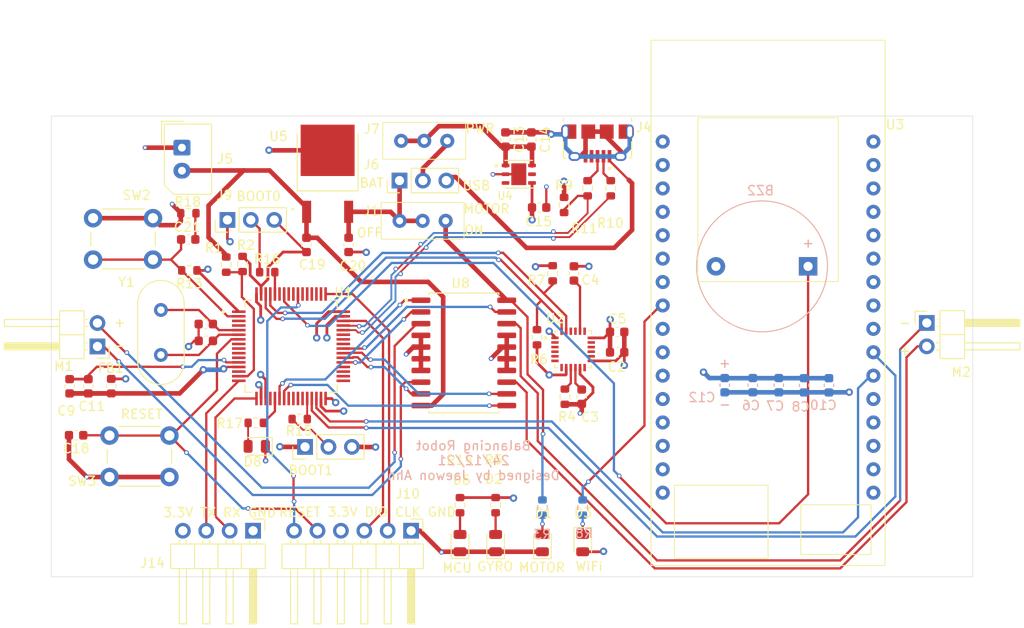
<source format=kicad_pcb>
(kicad_pcb (version 20240108) (generator "pcbnew") (generator_version "8.0")
  (title_block (title "Balancing_Robot") (date "2024-12-18") (company "Drawn by Jaewon Ahn"))
  (layers (0 "F.Cu" signal) (1 "In1.Cu" signal) (2 "In2.Cu" signal) (31 "B.Cu" signal) (34 "B.Paste" user) (35 "F.Paste" user) (36 "B.SilkS" user "B.Silkscreen") (37 "F.SilkS" user "F.Silkscreen") (38 "B.Mask" user) (39 "F.Mask" user) (44 "Edge.Cuts" user))
  (net 0 "")
  (net 1 "BUZZER")
  (net 2 "GND")
  (net 3 "Net-(C21-Pad2)")
  (net 4 "PC13")
  (net 5 "3.3V")
  (net 6 "Net-(U2-REGOUT)")
  (net 7 "Net-(U2-CPOUT)")
  (net 8 "AGND")
  (net 9 "VDDA")
  (net 10 "Net-(J7-Pin_1)")
  (net 11 "OSC_OUT")
  (net 12 "OSC_IN")
  (net 13 "RESET")
  (net 14 "7.4V")
  (net 15 "5V(BAT)")
  (net 16 "Net-(D8-A)")
  (net 17 "Net-(D2-A)")
  (net 18 "Net-(D3-K)")
  (net 19 "U5V")
  (net 20 "Net-(D6-A)")
  (net 21 "Net-(J4-D+)")
  (net 23 "Net-(J4-D-)")
  (net 24 "Net-(J6-Pin_2)")
  (net 25 "Net-(J8-Pin_2)")
  (net 26 "Net-(J9-Pin_2)")
  (net 27 "SWCLK")
  (net 28 "TRACESWO")
  (net 29 "SWDIO")
  (net 30 "/UART2_RX")
  (net 31 "/UART2_TX")
  (net 32 "/OUT2")
  (net 33 "/OUT1")
  (net 34 "/OUT3")
  (net 35 "/OUT4")
  (net 36 "PA5")
  (net 37 "Net-(R8-Pad2)")
  (net 38 "USB_D+")
  (net 39 "USB_D-")
  (net 40 "BOOT1")
  (net 41 "BOOT0")
  (net 42 "PC0")
  (net 43 "PA15")
  (net 44 "PC3")
  (net 46 "/UART3_RX")
  (net 47 "PD2")
  (net 48 "PB13")
  (net 50 "PA4")
  (net 51 "PB14")
  (net 52 "PB4")
  (net 53 "PA0")
  (net 54 "PC2")
  (net 55 "PA10")
  (net 57 "PC5")
  (net 58 "/IN1")
  (net 59 "PC1")
  (net 62 "/IN3")
  (net 63 "PC12")
  (net 64 "PB12")
  (net 65 "/ENA")
  (net 68 "/IN4")
  (net 69 "/ENB")
  (net 70 "PC4")
  (net 71 "/ADC2")
  (net 73 "PB15")
  (net 74 "/UART3_TX")
  (net 75 "/IN2")
  (net 76 "PB5")
  (net 77 "PA9")
  (net 85 "/INT")
  (net 119 "Net-(D1-A)")
  (net 120 "/SDA_P")
  (net 121 "Net-(J1-Pin_3)")
  (net 122 "/SCL_N")
  (net 123 "Net-(U2-AD0)")
  (footprint "Capacitor_SMD:C_0603_1608Metric" (layer "F.Cu") (at 66.945 87.47 90)
    (property "Reference" "C11")
    (property "Value" "1uF")
  )
  (footprint "SS-12D00-G3:SS-12D00" (layer "F.Cu") (at 103.395 60.835)
    (property "Reference" "J7")
    (property "Value" "Power_conn")
  )
  (footprint "Capacitor_SMD:C_0603_1608Metric" (layer "F.Cu") (at 115.8686 68.07)
    (property "Reference" "C15")
    (property "Value" "1uF")
  )
  (footprint "10118194-0001LF:AMPHENOL_10118194-0001LF" (layer "F.Cu") (at 122.2026 59.8342 180)
    (property "Reference" "J4")
    (property "Value" "10118194-0001LF")
  )
  (footprint "Capacitor_SMD:C_0603_1608Metric" (layer "F.Cu") (at 77.785 71.535)
    (property "Reference" "C21")
    (property "Value" "100nF 50V")
  )
  (footprint "MountingHole:MountingHole_3.2mm_M3" (layer "F.Cu") (at 67.935 63.145)
    (property "Reference" "H1" (hide yes))
    (property "Value" "MountingHole")
  )
  (footprint "STM32F103RBT6:STM32F103RBT6" (layer "F.Cu") (at 88.945 83.125)
    (property "Reference" "U1")
    (property "Value" "STM32F103RBT6")
  )
  (footprint "Button_Switch_THT:SW_PUSH_6mm_H9.5mm" (layer "F.Cu") (at 75.745 97.315 180)
    (property "Reference" "SW3")
    (property "Value" "RESET")
  )
  (footprint "Capacitor_SMD:C_0603_1608Metric" (layer "F.Cu") (at 90.621 72.1278 -90)
    (property "Reference" "C19")
    (property "Value" "0.33uF")
  )
  (footprint "LED_SMD:LED_0805_2012Metric" (layer "F.Cu") (at 85.2225 93.98875 180)
    (property "Reference" "D8")
    (property "Value" "DEBUG[GREEN]")
  )
  (footprint "Connector_PinHeader_2.54mm:PinHeader_1x03_P2.54mm_Vertical" (layer "F.Cu") (at 82.04 69.415 90)
    (property "Reference" "J9")
    (property "Value" "Boot0_Conn")
  )
  (footprint "Resistor_SMD:R_0603_1608Metric" (layer "F.Cu") (at 86.36 75.085)
    (property "Reference" "R16")
    (property "Value" "10K")
  )
  (footprint "Resistor_SMD:R_0603_1608Metric" (layer "F.Cu") (at 107.2834 100.3726 -90)
    (property "Reference" "R14")
    (property "Value" "180")
  )
  (footprint "Resistor_SMD:R_0603_1608Metric" (layer "F.Cu") (at 115.635 82.15 90)
    (property "Reference" "R6")
    (property "Value" "4.7K")
  )
  (footprint "Connector_Molex:Molex_SPOX_5267-02A_1x02_P2.50mm_Vertical" (layer "F.Cu") (at 77.105 61.575 -90)
    (property "Reference" "J5")
    (property "Value" "PW_Conn")
  )
  (footprint "Resistor_SMD:R_0603_1608Metric" (layer "F.Cu") (at 77.8 68.695)
    (property "Reference" "R18")
    (property "Value" "4.7K")
  )
  (footprint "Capacitor_SMD:C_0603_1608Metric" (layer "F.Cu") (at 120.4914 88.6 -90)
    (property "Reference" "C3")
    (property "Value" "100nF/2V")
  )
  (footprint "Resistor_SMD:R_0603_1608Metric" (layer "F.Cu") (at 121.131 65.981 -90)
    (property "Reference" "R11")
    (property "Value" "22")
  )
  (footprint "Capacitor_SMD:C_0603_1608Metric" (layer "F.Cu") (at 112.2152 60.69 90)
    (property "Reference" "C13")
    (property "Value" "1uF")
  )
  (footprint "mpu6050:QFN50P400X400X95-24N" (layer "F.Cu") (at 119.555 83.465)
    (property "Reference" "U2")
    (property "Value" "MPU6050")
  )
  (footprint "Resistor_SMD:R_0603_1608Metric" (layer "F.Cu") (at 123.641 65.981 -90)
    (property "Reference" "R10")
    (property "Value" "22")
  )
  (footprint "Resistor_SMD:R_0603_1608Metric" (layer "F.Cu") (at 118.575 67.795 -90)
    (property "Reference" "R9")
    (property "Value" "1.5k")
  )
  (footprint "Resistor_SMD:R_0603_1608Metric" (layer "F.Cu") (at 83.685 74.195 90)
    (property "Reference" "R2")
    (property "Value" "1K")
  )
  (footprint "Connector_PinHeader_2.54mm:PinHeader_1x03_P2.54mm_Vertical" (layer "F.Cu") (at 90.465 94.045 90)
    (property "Reference" "J8" (hide yes))
    (property "Value" "Boot1_Conn")
  )
  (footprint "l293d:SOIC127P1032X265-20N" (layer "F.Cu") (at 107.695 83.8475)
    (property "Reference" "U8")
    (property "Value" "L293DD")
  )
  (footprint "Connector_PinHeader_2.54mm:PinHeader_1x02_P2.54mm_Horizontal" (layer "F.Cu") (at 157.935 80.595)
    (property "Reference" "M2")
    (property "Value" "Motor2")
  )
  (footprint "LED_SMD:LED_0805_2012Metric" (layer "F.Cu") (at 120.593 104.4874 -90)
    (property "Reference" "D3")
    (property "Value" "WiFiPw[BLUE]")
  )
  (footprint "Resistor_SMD:R_0603_1608Metric" (layer "F.Cu") (at 81.91 74.27 -90)
    (property "Reference" "R1")
    (property "Value" "1.5K")
  )
  (footprint "LED_SMD:LED_0805_2012Metric" (layer "F.Cu") (at 111.1442 104.4874 90)
    (property "Reference" "D2")
    (property "Value" "GyroPw[RED]")
  )
  (footprint "MountingHole:MountingHole_3.2mm_M3" (layer "F.Cu") (at 157.935 103.145)
    (property "Reference" "H2" (hide yes))
    (property "Value" "MountingHole")
  )
  (footprint "Connector_PinHeader_2.54mm:PinHeader_1x04_P2.54mm_Horizontal" (layer "F.Cu") (at 84.825 103.145 -90)
    (property "Reference" "J14")
    (property "Value" "UART2")
  )
  (footprint "Capacitor_SMD:C_0603_1608Metric" (layer "F.Cu") (at 124.335 81.575 180)
    (property "Reference" "C5")
    (property "Value" "100nF/4V")
  )
  (footprint "Inductor_SMD:L_0603_1608Metric" (layer "F.Cu") (at 69.435 87.455 90)
    (property "Reference" "FB1")
    (property "Value" "FerriteBead")
  )
  (footprint "Resistor_SMD:R_0603_1608Metric" (layer "F.Cu") (at 117.335 75.205 -90)
    (property "Reference" "R7")
    (property "Value" "4.7K")
  )
  (footprint "Capacitor_SMD:C_0603_1608Metric" (layer "F.Cu") (at 79.69 80.713)
    (property "Reference" "C17" (hide yes))
    (property "Value" "30pF")
  )
  (footprint "L7805CDT-TR:VREG_L7805CDT-TR" (layer "F.Cu") (at 92.915 64.335)
    (property "Reference" "U5")
    (property "Value" "L7805CDT-TR")
  )
  (footprint "Connector_PinHeader_2.54mm:PinHeader_1x06_P2.54mm_Horizontal" (layer "F.Cu") (at 101.975 103.145 -90)
    (property "Reference" "J10")
    (property "Value" "SWD")
  )
  (footprint "LolinD32:Lolin D32" (layer "F.Cu") (at 140.7098 78.645)
    (property "Reference" "U3")
    (property "Value" "ESP32")
  )
  (footprint "Capacitor_SMD:C_0603_1608Metric" (layer "F.Cu") (at 65.62 92.785 180)
    (property "Reference" "C18")
    (property "Value" "100nF 50V")
  )
  (footprint "Capacitor_SMD:C_0603_1608Metric" (layer "F.Cu") (at 124.335 83.785)
    (property "Reference" "C2")
    (property "Value" "100nF 50V")
  )
  (footprint "Capacitor_SMD:C_0603_1608Metric" (layer "F.Cu") (at 115.025 60.69 90)
    (property "Reference" "C14")
    (property "Value" "100nF")
  )
  (footprint "LED_SMD:LED_0805_2012Metric" (layer "F.Cu") (at 116.2242 104.4874 90)
    (property "Reference" "D1")
    (property "Value" "MotorPw[RED]")
  )
  (footprint "Resistor_SMD:R_0603_1608Metric" (layer "F.Cu") (at 118.6626 88.5992 -90)
    (property "Reference" "R4")
    (property "Value" "4.7K")
  )
  (footprint "MountingHole:MountingHole_3.2mm_M3" (layer "F.Cu") (at 157.935 63.145)
    (property "Reference" "H3" (hide yes))
    (property "Value" "MountingHole")
  )
  (footprint "Button_Switch_THT:SW_PUSH_6mm_H9.5mm" (layer "F.Cu") (at 67.465 69.225)
    (property "Reference" "SW2")
    (property "Value" "DEBUG[BLUE]")
  )
  (footprint "Connector_PinHeader_2.54mm:PinHeader_1x02_P2.54mm_Horizontal" (layer "F.Cu") (at 67.935 83.145 180)
    (property "Reference" "M1")
    (property "Value" "Motor1")
  )
  (footprint "Capacitor_SMD:C_0603_1608Metric" (layer "F.Cu") (at 64.915 87.4675 90)
    (property "Reference" "C9")
    (property "Value" "100nF")
  )
  (footprint "Capacitor_SMD:C_0603_1608Metric" (layer "F.Cu") (at 95.193 72.125 -90)
    (property "Reference" "C20")
    (property "Value" "100nF 50V")
  )
  (footprint "Capacitor_SMD:C_0603_1608Metric" (layer "F.Cu") (at 119.645 75.22 90)
    (property "Reference" "C4")
    (property "Value" "2.2nF/50V")
  )
  (footprint "MountingHole:MountingHole_3.2mm_M3" (layer "F.Cu") (at 67.935 103.145)
    (property "Reference" "H4" (hide yes))
    (property "Value" "MountingHole")
  )
  (footprint "Crystal:Crystal_HC49-U_Vertical" (layer "F.Cu") (at 74.8222 79.189 -90)
    (property "Reference" "Y1")
    (property "Value" "Crystal 8Mh/18pF")
  )
  (footprint "SS-12D00-G3:SS-12D00" (layer "F.Cu") (at 103.225 69.515)
    (property "Reference" "J1")
    (property "Value" "Conn_01x03_Pin")
  )
  (footprint "LED_SMD:LED_0805_2012Metric" (layer "F.Cu") (at 107.2834 104.4874 90)
    (property "Reference" "D6")
    (property "Value" "MCUPw[RED]")
  )
  (footprint "Resistor_SMD:R_0603_1608Metric" (layer "F.Cu") (at 89.885 91.025)
    (property "Reference" "R15")
    (property "Value" "10K")
  )
  (footprint "Connector_PinHeader_2.54mm:PinHeader_1x03_P2.54mm_Vertical" (layer "F.Cu") (at 100.7152 65.145 90)
    (property "Reference" "J6")
    (property "Value" "PwSelectPin")
  )
  (footprint "Capacitor_SMD:C_0603_1608Metric" (layer "F.Cu") (at 79.699 82.5418)
    (property "Reference" "C16" (hide yes))
    (property "Value" "30pF")
  )
  (footprint "Resistor_SMD:R_0603_1608Metric" (layer "F.Cu") (at 111.1442 100.3726 90)
    (property "Reference" "R5")
    (property "Value" "180")
  )
  (footprint "Resistor_SMD:R_0603_1608Metric" (layer "F.Cu") (at 85.1125 91.43875)
    (property "Reference" "R17")
    (property "Value" "100")
  )
  (footprint "LD39050PU33R:SON95P300X300X100-7N" (layer "F.Cu") (at 113.6602 64.4554)
    (property "Reference" "U4")
    (property "Value" "LD39050PU33R")
  )
  (footprint "Resistor_SMD:R_0603_1608Metric" (layer "F.Cu") (at 77.905 74.895 180)
    (property "Reference" "R13")
    (property "Value" "10K")
  )
  (footprint "Buzzer_Beeper:Buzzer_D14mm_H7mm_P10mm" (layer "B.Cu") (at 145.055 74.455 180)
    (property "Reference" "BZ2")
    (property "Value" "Buzzer")
  )
  (footprint "Capacitor_SMD:C_0603_1608Metric" (layer "B.Cu") (at 136.005 87.35 -90)
    (property "Reference" "C12")
    (property "Value" "10uF")
  )
  (footprint "Resistor_SMD:R_0603_1608Metric" (layer "B.Cu") (at 116.2242 100.6266 -90)
    (property "Reference" "R3")
    (property "Value" "240")
  )
  (footprint "Capacitor_SMD:C_0603_1608Metric" (layer "B.Cu") (at 139.055 87.35 -90)
    (property "Reference" "C6")
    (property "Value" "100nF")
  )
  (footprint "Resistor_SMD:R_0603_1608Metric" (layer "B.Cu") (at 120.593 100.6266 90)
    (property "Reference" "R8")
    (property "Value" "33")
  )
  (footprint "Capacitor_SMD:C_0603_1608Metric" (layer "B.Cu") (at 147.315 87.365 -90)
    (property "Reference" "C10")
    (property "Value" "100nF")
  )
  (footprint "Capacitor_SMD:C_0603_1608Metric" (layer "B.Cu") (at 144.625 87.365 -90)
    (property "Reference" "C8")
    (property "Value" "100nF")
  )
  (footprint "Capacitor_SMD:C_0603_1608Metric" (layer "B.Cu") (at 141.875 87.35 -90)
    (property "Reference" "C7")
    (property "Value" "100nF")
  )
  (gr_rect (start 62.935 58.145) (end 162.935 108.145) (stroke (width 0.05)) (fill none) (layer "Edge.Cuts"))
  (gr_text "-" (at 135.305 90.015 0) (layer "B.SilkS") (effects (font (size 1 1)) (justify left bottom)))
  (gr_text "Balancing Robot\n24/12/21\nDesigned by Jaewon Ahn" (at 108.755 95.525 -0) (layer "B.SilkS") (effects (font (size 1 1)) (justify mirror)))
  (gr_text "+" (at 135.295 85.535 0) (layer "B.SilkS") (effects (font (size 1 1)) (justify left bottom)))
  (gr_text "OFF" (at 97.465 70.805 0) (layer "F.SilkS") (effects (font (size 1 1))))
  (gr_text "BOOT1" (at 91.085 96.585 0) (layer "F.SilkS") (effects (font (size 1 1))))
  (gr_text "-" (at 70.345 83.045 0) (layer "F.SilkS") (effects (font (size 1 1))))
  (gr_text "-" (at 155.565 80.575 0) (layer "F.SilkS") (effects (font (size 1 1))))
  (gr_text "PWR" (at 109.455 59.505 0) (layer "F.SilkS") (effects (font (size 1 1))))
  (gr_text "MCU" (at 106.9786 107.1798 0) (layer "F.SilkS") (effects (font (size 1 1))))
  (gr_text "3.3V TX RX GND" (at 81.205 101.175 0) (layer "F.SilkS") (effects (font (size 1 1))))
  (gr_text "MOTOR" (at 110.165 68.215 0) (layer "F.SilkS") (effects (font (size 1 1))))
  (gr_text "+" (at 70.355 80.545 0) (layer "F.SilkS") (effects (font (size 1 1))))
  (gr_text "RESET 3.3V DIO CLK GND" (at 97.235 101.125 0) (layer "F.SilkS") (effects (font (size 1 1))))
  (gr_text "+" (at 155.565 83.595 0) (layer "F.SilkS") (effects (font (size 1 1))))
  (gr_text "WiFi" (at 121.3042 107.0274 0) (layer "F.SilkS") (effects (font (size 1 1))))
  (gr_text "BAT" (at 97.695 65.405 0) (layer "F.SilkS") (effects (font (size 1 1))))
  (gr_text "USB" (at 109.055 65.685 0) (layer "F.SilkS") (effects (font (size 1 1))))
  (gr_text "ON" (at 108.795 70.525 0) (layer "F.SilkS") (effects (font (size 1 1))))
  (gr_text "GYRO" (at 111.0934 107.0274 0) (layer "F.SilkS") (effects (font (size 1 1))))
  (gr_text "BOOT0" (at 85.425 66.855 0) (layer "F.SilkS") (effects (font (size 1 1))))
  (gr_text "MOTOR" (at 116.1734 107.129 0) (layer "F.SilkS") (effects (font (size 1 1))))
  (gr_text "RESET" (at 72.725 90.495 0) (layer "F.SilkS") (effects (font (size 1 1))))
  (segment (start 124.555 97.245) (end 129.645 102.335) (width 0.25) (layer "F.Cu") (net 1))
  (segment (start 145.055 99.195) (end 145.055 74.455) (width 0.25) (layer "F.Cu") (net 1))
  (segment (start 124.555 97.195) (end 124.555 97.245) (width 0.25) (layer "F.Cu") (net 1))
  (segment (start 129.645 102.335) (end 141.915 102.335) (width 0.25) (layer "F.Cu") (net 1))
  (segment (start 88.195 78.270088) (end 88.195 77.455) (width 0.25) (layer "F.Cu") (net 1))
  (segment (start 90.725 80.845) (end 90.725 80.800088) (width 0.25) (layer "F.Cu") (net 1))
  (segment (start 141.915 102.335) (end 145.055 99.195) (width 0.25) (layer "F.Cu") (net 1))
  (segment (start 90.725 80.800088) (end 88.195 78.270088) (width 0.25) (layer "F.Cu") (net 1))
  (via (at 124.555 97.195) (size 0.5) (drill 0.3) (layers "F.Cu" "B.Cu") (net 1))
  (via (at 90.725 80.845) (size 0.5) (drill 0.3) (layers "F.Cu" "B.Cu") (net 1))
  (segment (start 90.795 80.915) (end 93.045 80.915) (width 0.25) (layer "B.Cu") (net 1))
  (segment (start 99.875 74.085) (end 110.915 74.085) (width 0.25) (layer "B.Cu") (net 1))
  (segment (start 123.981587 96.621587) (end 124.555 97.195) (width 0.25) (layer "B.Cu") (net 1))
  (segment (start 90.725 80.845) (end 90.795 80.915) (width 0.25) (layer "B.Cu") (net 1))
  (segment (start 123.981587 87.151587) (end 123.981587 96.621587) (width 0.25) (layer "B.Cu") (net 1))
  (segment (start 110.915 74.085) (end 123.981587 87.151587) (width 0.25) (layer "B.Cu") (net 1))
  (segment (start 93.045 80.915) (end 99.875 74.085) (width 0.25) (layer "B.Cu") (net 1))
  (segment (start 86.435 74.555) (end 88.0872 72.9028) (width 0.3) (layer "F.Cu") (net 2))
  (segment (start 102.935 103.145) (end 105.275 105.485) (width 0.5) (layer "F.Cu") (net 2))
  (segment (start 76.045 67.725) (end 76.045 67.695) (width 0.5) (layer "F.Cu") (net 2))
  (segment (start 98.115 94.065) (end 96.845 94.065) (width 0.5) (layer "F.Cu") (net 2))
  (segment (start 85.695 88.795) (end 85.695 87.545) (width 0.3) (layer "F.Cu") (net 2))
  (segment (start 78.4382 82.5418) (end 77.825 83.155) (width 0.25) (layer "F.Cu") (net 2))
  (segment (start 101.975 103.145) (end 102.935 103.145) (width 0.5) (layer "F.Cu") (net 2))
  (segment (start 116.6436 65.8264) (end 116.6436 68.07) (width 0.25) (layer "F.Cu") (net 2))
  (segment (start 121.2026 59.8342) (end 120.9026 60.1342) (width 0.5) (layer "F.Cu") (net 2))
  (segment (start 74.725 69.985) (end 76.555 69.985) (width 0.5) (layer "F.Cu") (net 2))
  (segment (start 69.245 97.315) (end 75.745 97.315) (width 0.5) (layer "F.Cu") (net 2))
  (segment (start 96.845 94.065) (end 96.825 94.045) (width 0.5) (layer "F.Cu") (net 2))
  (segment (start 95.193 72.9) (end 97.07 72.9) (width 0.3) (layer "F.Cu") (net 2))
  (segment (start 121.255 74.445) (end 121.265 74.455) (width 0.3) (layer "F.Cu") (net 2))
  (segment (start 78.915 82.5328) (end 78.924 82.5418) (width 0.25) (layer "F.Cu") (net 2))
  (segment (start 123.56 81.575) (end 123.56 80.24) (width 0.3) (layer "F.Cu") (net 2))
  (segment (start 121.525 82.215) (end 122.92 82.215) (width 0.3) (layer "F.Cu") (net 2))
  (segment (start 86.575 61.865) (end 86.555 61.845) (width 0.5) (layer "F.Cu") (net 2))
  (segment (start 111.9075 83.2125) (end 110.655 84.465) (width 0.5) (layer "F.Cu") (net 2))
  (segment (start 119.645 74.445) (end 121.255 74.445) (width 0.3) (layer "F.Cu") (net 2))
  (segment (start 112.2252 64.4554) (end 113.6602 64.4554) (width 0.25) (layer "F.Cu") (net 2))
  (segment (start 123.56 80.24) (end 123.575 80.225) (width 0.3) (layer "F.Cu") (net 2))
  (segment (start 116.655 65.815) (end 116.6436 65.8264) (width 0.25) (layer "F.Cu") (net 2))
  (segment (start 110.8646 64.4554) (end 110.845 64.475) (width 0.25) (layer "F.Cu") (net 2))
  (segment (start 96.825 94.045) (end 95.545 94.045) (width 0.5) (layer "F.Cu") (net 2))
  (segment (start 121.705 87.555) (end 121.705 88.1614) (width 0.3) (layer "F.Cu") (net 2))
  (segment (start 120.3134 62.5342) (end 120.9026 61.945) (width 0.5) (layer "F.Cu") (net 2))
  (segment (start 67.465 69.225) (end 73.965 69.225) (width 0.5) (layer "F.Cu") (net 2))
  (segment (start 92.915 61.865) (end 86.575 61.865) (width 0.5) (layer "F.Cu") (net 2))
  (segment (start 84.51 74.195) (end 84.51 75.419556) (width 0.3) (layer "F.Cu") (net 2))
  (segment (start 102.2175 83.2125) (end 101.435 83.995) (width 0.5) (layer "F.Cu") (net 2))
  (segment (start 97.07 72.9) (end 97.105 72.935) (width 0.3) (layer "F.Cu") (net 2))
  (segment (start 112.2252 64.4554) (end 110.8646 64.4554) (width 0.25) (layer "F.Cu") (net 2))
  (segment (start 87.12 69.415) (end 90.6078 72.9028) (width 0.25) (layer "F.Cu") (net 2))
  (segment (start 107.2834 105.4249) (end 105.3351 105.4249) (width 0.5) (layer "F.Cu") (net 2))
  (segment (start 119.7276 62.5092) (end 119.7026 62.5342) (width 0.5) (layer "F.Cu") (net 2))
  (segment (start 88.0872 72.9028) (end 90.621 72.9028) (width 0.3) (layer "F.Cu") (net 2))
  (segment (start 119.7026 62.5342) (end 120.3134 62.5342) (width 0.5) (layer "F.Cu") (net 2))
  (segment (start 92.195 88.795) (end 92.195 89.645444) (width 0.3) (layer "F.Cu") (net 2))
  (segment (start 85.695 87.545) (end 85.445 87.295) (width 0.3) (layer "F.Cu") (net 2))
  (segment (start 103.04 83.2125) (end 102.2175 83.2125) (width 0.5) (layer "F.Cu") (net 2))
  (segment (start 76.98 69.56) (end 76.555 69.985) (width 0.5) (layer "F.Cu") (net 2))
  (segment (start 92.195 89.645444) (end 92.709556 90.16) (width 0.3) (layer "F.Cu") (net 2))
  (segment (start 120.305 86.155) (end 121.705 87.555) (width 0.3) (layer "F.Cu") (net 2))
  (segment (start 118.6626 89.4242) (end 120.4422 89.4242) (width 0.5) (layer "F.Cu") (net 2))
  (segment (start 94.615 79.875) (end 93.764556 79.875) (width 0.3) (layer "F.Cu") (net 2))
  (segment (start 123.56 81.575) (end 123.56 83.785) (width 0.5) (layer "F.Cu") (net 2))
  (segment (start 115.025 59.915) (end 112.2152 59.915) (width 0.5) (layer "F.Cu") (net 2))
  (segment (start 120.4914 90.2186) (end 120.305 90.405) (width 0.5) (layer "F.Cu") (net 2))
  (segment (start 85.695 76.604556) (end 86.435 75.864556) (width 0.3) (layer "F.Cu") (net 2))
  (segment (start 73.105 61.575) (end 77.105 61.575) (width 0.5) (layer "F.Cu") (net 2))
  (segment (start 86.435 75.864556) (end 86.435 74.555) (width 0.3) (layer "F.Cu") (net 2))
  (segment (start 107.2834 105.4249) (end 116.2242 105.4249) (width 0.5) (layer "F.Cu") (net 2))
  (segment (start 86.16 95.52) (end 86.185 95.545) (width 0.25) (layer "F.Cu") (net 2))
  (segment (start 86.16 93.98875) (end 86.16 95.52) (width 0.25) (layer "F.Cu") (net 2))
  (segment (start 76.98 68.715) (end 76.98 68.66) (width 0.5) (layer "F.Cu") (net 2))
  (segment (start 76.98 68.715) (end 76.98 69.56) (width 0.5) (layer "F.Cu") (net 2))
  (segment (start 120.9026 61.945) (end 120.9026 62.5092) (width 0.5) (layer "F.Cu") (net 2))
  (segment (start 117.585 82.125) (end 116.955 81.495) (width 0.3) (layer "F.Cu") (net 2))
  (segment (start 92.709556 90.16) (end 94.655 90.16) (width 0.3) (layer "F.Cu") (net 2))
  (segment (start 93.764556 79.875) (end 92.835 80.804556) (width 0.3) (layer "F.Cu") (net 2))
  (segment (start 120.9026 60.1342) (end 120.9026 61.945) (width 0.5) (layer "F.Cu") (net 2))
  (segment (start 92.835 80.804556) (end 92.835 82.215) (width 0.3) (layer "F.Cu") (net 2))
  (segment (start 120.305 85.435) (end 120.305 86.155) (width 0.3) (layer "F.Cu") (net 2))
  (segment (start 69.245 97.315) (end 66.775 97.315) (width 0.5) (layer "F.Cu") (net 2))
  (segment (start 123.2026 60.4342) (end 123.2026 59.8342) (width 0.5) (layer "F.Cu") (net 2))
  (segment (start 84.51 75.419556) (end 85.695 76.604556) (width 0.3) (layer "F.Cu") (net 2))
  (segment (start 120.4914 89.375) (end 120.4914 90.2186) (width 0.5) (layer "F.Cu") (net 2))
  (segment (start 73.965 69.225) (end 74.725 69.985) (width 0.5) (layer "F.Cu") (net 2))
  (segment (start 103.04 81.9425) (end 103.04 85.7525) (width 0.5) (layer "F.Cu") (net 2))
  (segment (start 116.955 59.915) (end 117.165 60.125) (width 0.5) (layer "F.Cu") (net 2))
  (segment (start 64.845 92.785) (end 64.845 95.385) (width 0.5) (layer "F.Cu") (net 2))
  (segment (start 124.7026 61.9342) (end 123.2026 60.4342) (width 0.5) (layer "F.Cu") (net 2))
  (segment (start 121.705 88.1614) (end 120.4914 89.375) (width 0.3) (layer "F.Cu") (net 2))
  (segment (start 120.4422 89.4242) (end 120.4914 89.375) (width 0.5) (layer "F.Cu") (net 2))
  (segment (start 121.2026 59.8342) (end 123.2026 59.8342) (width 0.5) (layer "F.Cu") (net 2))
  (segment (start 76.98 68.66) (end 76.045 67.725) (width 0.5) (layer "F.Cu") (net 2))
  (segment (start 115.025 59.915) (end 116.955 59.915) (width 0.5) (layer "F.Cu") (net 2))
  (segment (start 78.915 80.713) (end 78.915 82.5328) (width 0.25) (layer "F.Cu") (net 2))
  (segment (start 105.3351 105.4249) (end 105.275 105.485) (width 0.5) (layer "F.Cu") (net 2))
  (segment (start 124.7026 62.5342) (end 124.7026 61.9342) (width 0.5) (layer "F.Cu") (net 2))
  (segment (start 78.924 82.5418) (end 78.4382 82.5418) (width 0.25) (layer "F.Cu") (net 2))
  (segment (start 83.685 73.37) (end 84.51 74.195) (width 0.3) (layer "F.Cu") (net 2))
  (segment (start 112.35 83.2125) (end 111.9075 83.2125) (width 0.5) (layer "F.Cu") (net 2))
  (segment (start 112.35 81.9425) (end 112.35 85.7525) (width 0.5) (layer "F.Cu") (net 2))
  (segment (start 90.6078 72.9028) (end 90.621 72.9028) (width 0.25) (layer "F.Cu") (net 2))
  (segment (start 64.845 95.385) (end 66.775 97.315) (width 0.5) (layer "F.Cu") (net 2))
  (segment (start 120.9026 62.5092) (end 119.7276 62.5092) (width 0.5) (layer "F.Cu") (net 2))
  (segment (start 85.695 76.604556) (end 85.695 77.455) (width 0.3) (layer "F.Cu") (net 2))
  (segment (start 122.92 82.215) (end 123.56 81.575) (width 0.3) (layer "F.Cu") (net 2))
  (segment (start 117.585 82.215) (end 117.585 82.125) (width 0.3) (layer "F.Cu") (net 2))
  (via (at 117.165 60.125) (size 0.8) (drill 0.4) (layers "F.Cu" "B.Cu") (net 2))
  (via (at 110.655 84.465) (size 0.5) (drill 0.3) (layers "F.Cu" "B.Cu") (net 2))
  (via (at 116.655 65.815) (size 0.5) (drill 0.3) (layers "F.Cu" "B.Cu") (net 2))
  (via (at 86.555 61.845) (size 0.8) (drill 0.4) (layers "F.Cu" "B.Cu") (net 2))
  (via (at 98.115 94.065) (size 0.8) (drill 0.4) (layers "F.Cu" "B.Cu") (net 2))
  (via (at 85.445 87.295) (size 0.8) (drill 0.4) (layers "F.Cu" "B.Cu") (net 2))
  (via (at 105.275 105.485) (size 0.5) (drill 0.3) (layers "F.Cu" "B.Cu") (net 2))
  (via (at 77.825 83.155) (size 0.8) (drill 0.4) (layers "F.Cu" "B.Cu") (net 2))
  (via (at 92.835 82.215) (size 0.8) (drill 0.4) (layers "F.Cu" "B.Cu") (net 2))
  (via (at 97.105 72.935) (size 0.8) (drill 0.4) (layers "F.Cu" "B.Cu") (net 2))
  (via (at 73.105 61.575) (size 0.5) (drill 0.3) (layers "F.Cu" "B.Cu") (net 2))
  (via (at 66.775 97.315) (size 0.5) (drill 0.3) (layers "F.Cu" "B.Cu") (net 2))
  (via (at 123.575 80.225) (size 0.8) (drill 0.4) (layers "F.Cu" "B.Cu") (net 2))
  (via (at 94.655 90.16) (size 0.8) (drill 0.4) (layers "F.Cu" "B.Cu") (net 2))
  (via (at 76.045 67.695) (size 0.5) (drill 0.3) (layers "F.Cu" "B.Cu") (net 2))
  (via (at 101.435 83.995) (size 0.5) (drill 0.3) (layers "F.Cu" "B.Cu") (net 2))
  (via (at 86.185 95.545) (size 0.6) (drill 0.3) (layers "F.Cu" "B.Cu") (net 2))
  (via (at 120.305 90.405) (size 0.5) (drill 0.3) (layers "F.Cu" "B.Cu") (net 2))
  (via (at 149.515 88.105) (size 0.8) (drill 0.4) (layers "F.Cu" "B.Cu") (net 2))
  (via (at 116.955 81.495) (size 0.8) (drill 0.4) (layers "F.Cu" "B.Cu") (net 2))
  (via (at 121.265 74.455) (size 0.8) (drill 0.4) (layers "F.Cu" "B.Cu") (net 2))
  (via (at 110.845 64.475) (size 0.5) (drill 0.3) (layers "F.Cu" "B.Cu") (net 2))
  (segment (start 136.005 88.125) (end 149.495 88.125) (width 0.5) (layer "B.Cu") (net 2))
  (segment (start 125.7026 59.8342) (end 125.7026 61.5342) (width 0.5) (layer "B.Cu") (net 2))
  (segment (start 118.7026 59.8342) (end 118.7026 61.5342) (width 0.5) (layer "B.Cu") (net 2))
  (segment (start 118.7026 61.5342) (end 119.7026 62.5342) (width 0.5) (layer "B.Cu") (net 2))
  (segment (start 125.7026 61.5342) (end 124.7026 62.5342) (width 0.5) (layer "B.Cu") (net 2))
  (segment (start 119.7026 62.5342) (end 124.7026 62.5342) (width 0.5) (layer "B.Cu") (net 2))
  (segment (start 149.495 88.125) (end 149.515 88.105) (width 0.5) (layer "B.Cu") (net 2))
  (segment (start 117.165 60.125) (end 118.4118 60.125) (width 0.5) (layer "B.Cu") (net 2))
  (segment (start 118.4118 60.125) (end 118.7026 59.8342) (width 0.5) (layer "B.Cu") (net 2))
  (segment (start 78.56 68.76) (end 78.625 68.695) (width 0.25) (layer "F.Cu") (net 3))
  (segment (start 78.56 71.535) (end 78.56 68.76) (width 0.25) (layer "F.Cu") (net 3))
  (segment (start 73.965 73.725) (end 75.91 73.725) (width 0.25) (layer "F.Cu") (net 4))
  (segment (start 67.465 73.725) (end 73.965 73.725) (width 0.25) (layer "F.Cu") (net 4))
  (segment (start 75.91 73.725) (end 77.08 74.895) (width 0.25) (layer "F.Cu") (net 4))
  (segment (start 82.06 79.875) (end 83.275 79.875) (width 0.25) (layer "F.Cu") (net 4))
  (segment (start 77.01 72.625) (end 75.91 73.725) (width 0.25) (layer "F.Cu") (net 4))
  (segment (start 77.01 71.535) (end 77.01 72.625) (width 0.25) (layer "F.Cu") (net 4))
  (segment (start 77.08 74.895) (end 82.06 79.875) (width 0.25) (layer "F.Cu") (net 4))
  (segment (start 115.59 74.38) (end 115.475 74.495) (width 0.3) (layer "F.Cu") (net 5))
  (segment (start 118.575 66.97) (end 118.575 65.235) (width 0.5) (layer "F.Cu") (net 5))
  (segment (start 121.525 84.715) (end 124.18 84.715) (width 0.3) (layer "F.Cu") (net 5))
  (segment (start 116.965 86.235) (end 115.635 84.905) (width 0.3) (layer "F.Cu") (net 5))
  (segment (start 85.648627 80.287781) (end 85.648627 78.759071) (width 0.3) (layer "F.Cu") (net 5))
  (segment (start 107.2834 99.5476) (end 113.0276 99.5476) (width 0.3) (layer "F.Cu") (net 5))
  (segment (start 79.785 74.895) (end 79.915 74.765) (width 0.3) (layer "F.Cu") (net 5))
  (segment (start 115.0936 69.3942) (end 115.105 69.4056) (width 0.5) (layer "F.Cu") (net 5))
  (segment (start 93.015 79.375) (end 94.615 79.375) (width 0.3) (layer "F.Cu") (net 5))
  (segment (start 118.805 85.435) (end 118.805 86.17) (width 0.3) (layer "F.Cu") (net 5))
  (segment (start 115.0952 68.0684) (end 115.0936 68.07) (width 0.5) (layer "F.Cu") (net 5))
  (segment (start 87.735 94.025) (end 87.755 94.045) (width 0.5) (layer "F.Cu") (net 5))
  (segment (start 115.0936 68.07) (end 115.0936 69.3942) (width 0.5) (layer "F.Cu") (net 5))
  (segment (start 118.74 86.235) (end 116.965 86.235) (width 0.3) (layer "F.Cu") (net 5))
  (segment (start 115.0952 68.0684) (end 115.0952 65.4054) (width 0.3) (layer "F.Cu") (net 5))
  (segment (start 87.755 94.045) (end 90.465 94.045) (width 0.5) (layer "F.Cu") (net 5))
  (segment (start 69.435 86.6675) (end 70.9925 86.6675) (width 0.3) (layer "F.Cu") (net 5))
  (segment (start 92.695 88.795) (end 93.349694 88.795) (width 0.3) (layer "F.Cu") (net 5))
  (segment (start 125.11 81.575) (end 125.11 83.785) (width 0.5) (layer "F.Cu") (net 5))
  (segment (start 125.11 83.785) (end 125.11 85.19) (width 0.3) (layer "F.Cu") (net 5))
  (segment (start 83.275 79.375) (end 78.795 74.895) (width 0.3) (layer "F.Cu") (net 5))
  (segment (start 91.725 80.665) (end 93.015 79.375) (width 0.3) (layer "F.Cu") (net 5))
  (segment (start 117.335 74.38) (end 115.59 74.38) (width 0.3) (layer "F.Cu") (net 5))
  (segment (start 70.9925 86.6675) (end 70.995 86.665) (width 0.3) (layer "F.Cu") (net 5))
  (segment (start 120.593 105.4249) (end 122.8151 105.4249) (width 0.3) (layer "F.Cu") (net 5))
  (segment (start 118.805 86.17) (end 118.74 86.235) (width 0.3) (layer "F.Cu") (net 5))
  (segment (start 93.349694 88.795) (end 93.787347 89.232653) (width 0.3) (layer "F.Cu") (net 5))
  (segment (start 78.73 74.895) (end 79.785 74.895) (width 0.3) (layer "F.Cu") (net 5))
  (segment (start 124.18 84.715) (end 125.11 83.785) (width 0.3) (layer "F.Cu") (net 5))
  (segment (start 91.725 82.215) (end 91.725 80.665) (width 0.3) (layer "F.Cu") (net 5))
  (segment (start 82.04 69.415) (end 82.04 71.49) (width 0.3) (layer "F.Cu") (net 5))
  (segment (start 118.575 65.235) (end 118.565 65.225) (width 0.5) (layer "F.Cu") (net 5))
  (segment (start 85.195 78.305444) (end 85.195 77.455) (width 0.3) (layer "F.Cu") (net 5))
  (segment (start 82.04 71.49) (end 82.325 71.775) (width 0.3) (layer "F.Cu") (net 5))
  (segment (start 78.795 74.895) (end 78.73 74.895) (width 0.3) (layer "F.Cu") (net 5))
  (segment (start 122.8151 105.4249) (end 122.855 105.385) (width 0.3) (layer "F.Cu") (net 5))
  (segment (start 113.0276 99.5476) (end 113.085 99.605) (width 0.3) (layer "F.Cu") (net 5))
  (segment (start 115.635 84.905) (end 115.635 82.975) (width 0.3) (layer "F.Cu") (net 5))
  (segment (start 85.648627 78.759071) (end 85.195 78.305444) (width 0.3) (layer "F.Cu") (net 5))
  (segment (start 86.195 88.795) (end 86.195 86.75) (width 0.3) (layer "F.Cu") (net 5))
  (segment (start 125.11 85.19) (end 125.115 85.195) (width 0.3) (layer "F.Cu") (net 5))
  (segment (start 86.195 86.75) (end 85.64 86.195) (width 0.3) (layer "F.Cu") (net 5))
  (via (at 125.115 85.195) (size 0.8) (drill 0.4) (layers "F.Cu" "B.Cu") (net 5))
  (via (at 85.64 86.195) (size 0.8) (drill 0.4) (layers "F.Cu" "B.Cu") (net 5))
  (via (at 87.735 94.025) (size 0.8) (drill 0.4) (layers "F.Cu" "B.Cu") (net 5))
  (via (at 122.855 105.385) (size 0.8) (drill 0.4) (layers "F.Cu" "B.Cu") (net 5))
  (via (at 113.085 99.605) (size 0.8) (drill 0.4) (layers "F.Cu" "B.Cu") (net 5))
  (via (at 91.725 82.215) (size 0.8) (drill 0.4) (layers "F.Cu" "B.Cu") (net 5))
  (via (at 116.965 86.235) (size 0.8) (drill 0.4) (layers "F.Cu" "B.Cu") (net 5))
  (via (at 82.325 71.775) (size 0.8) (drill 0.4) (layers "F.Cu" "B.Cu") (net 5))
  (via (at 70.995 86.665) (size 0.8) (drill 0.4) (layers "F.Cu" "B.Cu") (net 5))
  (via (at 118.565 65.225) (size 0.8) (drill 0.4) (layers "F.Cu" "B.Cu") (net 5))
  (via (at 133.705 85.935) (size 0.8) (drill 0.4) (layers "F.Cu" "B.Cu") (net 5))
  (via (at 115.105 69.4056) (size 0.8) (drill 0.4) (layers "F.Cu" "B.Cu") (net 5))
  (via (at 93.787347 89.232653) (size 0.8) (drill 0.4) (layers "F.Cu" "B.Cu") (net 5))
  (via (at 115.475 74.495) (size 0.8) (drill 0.4) (layers "F.Cu" "B.Cu") (net 5))
  (via (at 79.915 74.765) (size 0.8) (drill 0.4) (layers "F.Cu" "B.Cu") (net 5))
  (via (at 85.648627 80.287781) (size 0.8) (drill 0.4) (layers "F.Cu" "B.Cu") (net 5))
  (segment (start 147.315 86.59) (end 136.02 86.59) (width 0.5) (layer "B.Cu") (net 5))
  (segment (start 136.005 86.575) (end 134.345 86.575) (width 0.5) (layer "B.Cu") (net 5))
  (segment (start 136.02 86.59) (end 136.005 86.575) (width 0.5) (layer "B.Cu") (net 5))
  (segment (start 134.345 86.575) (end 133.705 85.935) (width 0.5) (layer "B.Cu") (net 5))
  (segment (start 119.805 87.1386) (end 119.805 85.435) (width 0.25) (layer "F.Cu") (net 6))
  (segment (start 120.4914 87.825) (end 119.805 87.1386) (width 0.25) (layer "F.Cu") (net 6))
  (segment (start 120.305 76.655) (end 120.305 81.495) (width 0.25) (layer "F.Cu") (net 7))
  (segment (start 119.645 75.995) (end 120.305 76.655) (width 0.25) (layer "F.Cu") (net 7))
  (segment (start 67.868 85.352) (end 66.945 86.275) (width 0.25) (layer "F.Cu") (net 8))
  (segment (start 64.915 86.6925) (end 66.9425 86.6925) (width 0.3) (layer "F.Cu") (net 8))
  (segment (start 77.195 85.355) (end 73.485 85.355) (width 0.25) (layer "F.Cu") (net 8))
  (segment (start 73.482 85.352) (end 67.868 85.352) (width 0.25) (layer "F.Cu") (net 8))
  (segment (start 73.485 85.355) (end 73.482 85.352) (width 0.25) (layer "F.Cu") (net 8))
  (segment (start 66.9425 86.6925) (end 66.945 86.695) (width 0.3) (layer "F.Cu") (net 8))
  (segment (start 83.275 84.875) (end 81.915 84.875) (width 0.25) (layer "F.Cu") (net 8))
  (segment (start 81.915 84.875) (end 81.665 84.625) (width 0.25) (layer "F.Cu") (net 8))
  (segment (start 66.945 86.275) (end 66.945 86.695) (width 0.25) (layer "F.Cu") (net 8))
  (via (at 81.665 84.625) (size 0.5) (drill 0.3) (layers "F.Cu" "B.Cu") (net 8))
  (via (at 77.195 85.355) (size 0.5) (drill 0.3) (layers "F.Cu" "B.Cu") (net 8))
  (segment (start 78.895 84.625) (end 81.665 84.625) (width 0.25) (layer "B.Cu") (net 8))
  (segment (start 77.195 85.355) (end 78.165 85.355) (width 0.25) (layer "B.Cu") (net 8))
  (segment (start 78.165 85.355) (end 78.895 84.625) (width 0.25) (layer "B.Cu") (net 8))
  (segment (start 83.275 85.375) (end 81.83 85.375) (width 0.25) (layer "F.Cu") (net 9))
  (segment (start 69.435 88.2425) (end 76.8575 88.2425) (width 0.5) (layer "F.Cu") (net 9))
  (segment (start 64.915 88.2425) (end 69.435 88.2425) (width 0.5) (layer "F.Cu") (net 9))
  (segment (start 76.8575 88.2425) (end 79.425 85.675) (width 0.5) (layer "F.Cu") (net 9))
  (segment (start 64.915 88.2425) (end 66.9425 88.2425) (width 0.5) (layer "F.Cu") (net 9))
  (segment (start 66.945 88.245) (end 69.4325 88.245) (width 0.5) (layer "F.Cu") (net 9))
  (segment (start 66.9425 88.2425) (end 66.945 88.245) (width 0.5) (layer "F.Cu") (net 9))
  (segment (start 69.4325 88.245) (end 69.435 88.2425) (width 0.5) (layer "F.Cu") (net 9))
  (segment (start 81.83 85.375) (end 81.63 85.575) (width 0.25) (layer "F.Cu") (net 9))
  (via (at 81.63 85.575) (size 0.8) (drill 0.4) (layers "F.Cu" "B.Cu") (net 9))
  (via (at 79.425 85.675) (size 0.8) (drill 0.4) (layers "F.Cu" "B.Cu") (net 9))
  (segment (start 79.425 85.675) (end 81.53 85.675) (width 0.5) (layer "B.Cu") (net 9))
  (segment (start 81.53 85.675) (end 81.63 85.575) (width 0.5) (layer "B.Cu") (net 9))
  (segment (start 111.7698 61.465) (end 109.5498 59.245) (width 0.5) (layer "F.Cu") (net 10))
  (segment (start 115.0952 61.5352) (end 115.025 61.465) (width 0.5) (layer "F.Cu") (net 10))
  (segment (start 115.0952 63.5054) (end 115.0952 61.5352) (width 0.5) (layer "F.Cu") (net 10))
  (segment (start 112.2252 61.475) (end 112.2152 61.465) (width 0.5) (layer "F.Cu") (net 10))
  (segment (start 109.5498 59.245) (end 104.985 59.245) (width 0.5) (layer "F.Cu") (net 10))
  (segment (start 100.895 60.835) (end 103.395 60.835) (width 0.5) (layer "F.Cu") (net 10))
  (segment (start 112.2252 63.5054) (end 112.2252 61.475) (width 0.5) (layer "F.Cu") (net 10))
  (segment (start 112.2152 61.465) (end 115.025 61.465) (width 0.5) (layer "F.Cu") (net 10))
  (segment (start 112.2152 61.465) (end 111.7698 61.465) (width 0.5) (layer "F.Cu") (net 10))
  (segment (start 104.985 59.245) (end 103.395 60.835) (width 0.5) (layer "F.Cu") (net 10))
  (segment (start 78.9468 84.069) (end 80.474 82.5418) (width 0.25) (layer "F.Cu") (net 11))
  (segment (start 81.1408 81.875) (end 83.275 81.875) (width 0.25) (layer "F.Cu") (net 11))
  (segment (start 74.8222 84.069) (end 78.9468 84.069) (width 0.25) (layer "F.Cu") (net 11))
  (segment (start 80.474 82.5418) (end 81.1408 81.875) (width 0.25) (layer "F.Cu") (net 11))
  (segment (start 74.8222 79.189) (end 78.941 79.189) (width 0.25) (layer "F.Cu") (net 12))
  (segment (start 78.941 79.189) (end 80.465 80.713) (width 0.25) (layer "F.Cu") (net 12))
  (segment (start 80.465 80.713) (end 81.127 81.375) (width 0.25) (layer "F.Cu") (net 12))
  (segment (start 81.127 81.375) (end 83.275 81.375) (width 0.25) (layer "F.Cu") (net 12))
  (segment (start 69.215 92.785) (end 69.245 92.815) (width 0.25) (layer "F.Cu") (net 13))
  (segment (start 84.275 100.725) (end 84.305 100.755) (width 0.25) (layer "F.Cu") (net 13))
  (segment (start 77.595 94.665) (end 75.745 92.815) (width 0.25) (layer "F.Cu") (net 13))
  (segment (start 75.975 92.815) (end 80.905 87.885) (width 0.25) (layer "F.Cu") (net 13))
  (segment (start 75.745 92.815) (end 75.975 92.815) (width 0.25) (layer "F.Cu") (net 13))
  (segment (start 89.425 100.755) (end 91.815 103.145) (width 0.25) (layer "F.Cu") (net 13))
  (segment (start 84.305 100.755) (end 89.425 100.755) (width 0.25) (layer "F.Cu") (net 13))
  (segment (start 80.905 87.885) (end 80.905 83.929912) (width 0.25) (layer "F.Cu") (net 13))
  (segment (start 66.395 92.785) (end 69.215 92.785) (width 0.25) (layer "F.Cu") (net 13))
  (segment (start 82.459912 82.375) (end 83.275 82.375) (width 0.25) (layer "F.Cu") (net 13))
  (segment (start 80.905 83.929912) (end 82.459912 82.375) (width 0.25) (layer "F.Cu") (net 13))
  (segment (start 69.245 92.815) (end 75.745 92.815) (width 0.25) (layer "F.Cu") (net 13))
  (via (at 84.275 100.725) (size 0.5) (drill 0.3) (layers "F.Cu" "B.Cu") (net 13))
  (via (at 77.595 94.665) (size 0.5) (drill 0.3) (layers "F.Cu" "B.Cu") (net 13))
  (segment (start 77.615 94.665) (end 77.595 94.665) (width 0.25) (layer "B.Cu") (net 13))
  (segment (start 84.275 100.725) (end 83.675 100.725) (width 0.25) (layer "B.Cu") (net 13))
  (segment (start 83.675 100.725) (end 77.615 94.665) (width 0.25) (layer "B.Cu") (net 13))
  (segment (start 104.2251 89.5625) (end 105.4546 88.333) (width 0.5) (layer "F.Cu") (net 14))
  (segment (start 83.7994 64.0506) (end 79.995 67.855) (width 0.5) (layer "F.Cu") (net 14))
  (segment (start 77.105 64.075) (end 77.1294 64.0506) (width 0.5) (layer "F.Cu") (net 14))
  (segment (start 90.621 71.3528) (end 90.621 68.549) (width 0.5) (layer "F.Cu") (net 14))
  (segment (start 90.621 68.549) (end 90.635 68.535) (width 0.5) (layer "F.Cu") (net 14))
  (segment (start 91.7764 71.3528) (end 90.621 71.3528) (width 0.5) (layer "F.Cu") (net 14))
  (segment (start 90.635 68.065) (end 90.635 68.535) (width 0.5) (layer "F.Cu") (net 14))
  (segment (start 105.4546 88.333) (end 105.4546 77.7666) (width 0.5) (layer "F.Cu") (net 14))
  (segment (start 96.5646 76.141) (end 91.7764 71.3528) (width 0.5) (layer "F.Cu") (net 14))
  (segment (start 103.829 76.141) (end 96.5646 76.141) (width 0.5) (layer "F.Cu") (net 14))
  (segment (start 79.995 67.855) (end 79.995 71.32) (width 0.5) (layer "F.Cu") (net 14))
  (segment (start 77.1294 64.0506) (end 83.7994 64.0506) (width 0.5) (layer "F.Cu") (net 14))
  (segment (start 103.04 89.5625) (end 104.2251 89.5625) (width 0.5) (layer "F.Cu") (net 14))
  (segment (start 90.6295 71.3443) (end 90.621 71.3528) (width 0.5) (layer "F.Cu") (net 14))
  (segment (start 105.4546 77.7666) (end 103.829 76.141) (width 0.5) (layer "F.Cu") (net 14))
  (segment (start 90.621 68.2591) (end 90.6295 68.2506) (width 0.5) (layer "F.Cu") (net 14))
  (segment (start 83.7994 64.0506) (end 86.6206 64.0506) (width 0.5) (layer "F.Cu") (net 14))
  (segment (start 79.995 71.32) (end 81.99 73.315) (width 0.5) (layer "F.Cu") (net 14))
  (segment (start 86.6206 64.0506) (end 90.635 68.065) (width 0.5) (layer "F.Cu") (net 14))
  (segment (start 95.195 68.535) (end 99.745 68.535) (width 0.5) (layer "F.Cu") (net 15))
  (segment (start 100.725 65.1548) (end 100.7152 65.145) (width 0.5) (layer "F.Cu") (net 15))
  (segment (start 95.195 68.535) (end 95.195 71.348) (width 0.5) (layer "F.Cu") (net 15))
  (segment (start 95.193 68.2541) (end 95.1895 68.2506) (width 0.5) (layer "F.Cu") (net 15))
  (segment (start 95.195 71.348) (end 95.193 71.35) (width 0.5) (layer "F.Cu") (net 15))
  (segment (start 100.725 69.515) (end 103.225 69.515) (width 0.5) (layer "F.Cu") (net 15))
  (segment (start 100.725 69.515) (end 100.725 65.1548) (width 0.5) (layer "F.Cu") (net 15))
  (segment (start 99.745 68.535) (end 100.725 69.515) (width 0.5) (layer "F.Cu") (net 15))
  (segment (start 84.285 91.44125) (end 84.2875 91.43875) (width 0.2) (layer "F.Cu") (net 16))
  (segment (start 84.285 93.98875) (end 84.285 91.44125) (width 0.2) (layer "F.Cu") (net 16))
  (segment (start 111.1442 103.5499) (end 111.1442 101.1976) (width 0.25) (layer "F.Cu") (net 17))
  (segment (start 120.593 103.5499) (end 120.593 102.4046) (width 0.25) (layer "F.Cu") (net 18))
  (via (at 120.593 102.4046) (size 0.5) (drill 0.3) (layers "F.Cu" "B.Cu") (net 18))
  (segment (start 120.593 102.4046) (end 120.593 101.9474) (width 0.25) (layer "B.Cu") (net 18))
  (segment (start 123.5026 62.9842) (end 125.5884 65.07) (width 0.25) (layer "F.Cu") (net 19))
  (segment (start 125.955 70.505) (end 125.955 65.4366) (width 0.5) (layer "F.Cu") (net 19))
  (segment (start 105.7952 64.7654) (end 106.8154 64.7654) (width 0.5) (layer "F.Cu") (net 19))
  (segment (start 124.015 72.445) (end 125.955 70.505) (width 0.5) (layer "F.Cu") (net 19))
  (segment (start 125.5884 65.07) (end 125.7742 65.2558) (width 0.25) (layer "F.Cu") (net 19))
  (segment (start 114.495 72.445) (end 124.015 72.445) (width 0.5) (layer "F.Cu") (net 19))
  (segment (start 123.5026 62.5092) (end 123.5026 62.9842) (width 0.25) (layer "F.Cu") (net 19))
  (segment (start 106.8154 64.7654) (end 114.495 72.445) (width 0.5) (layer "F.Cu") (net 19))
  (segment (start 125.955 65.4366) (end 125.5884 65.07) (width 0.5) (layer "F.Cu") (net 19))
  (segment (start 107.2834 101.1976) (end 107.2834 103.5499) (width 0.25) (layer "F.Cu") (net 20))
  (segment (start 122.2026 64.0844) (end 122.2026 62.5092) (width 0.25) (layer "F.Cu") (net 21))
  (segment (start 121.131 65.156) (end 122.2026 64.0844) (width 0.25) (layer "F.Cu") (net 21))
  (segment (start 122.8526 64.3676) (end 123.641 65.156) (width 0.25) (layer "F.Cu") (net 23))
  (segment (start 122.8526 62.5092) (end 122.8526 64.3676) (width 0.25) (layer "F.Cu") (net 23))
  (segment (start 103.2552 63.8248) (end 105.935 61.145) (width 0.5) (layer "F.Cu") (net 24))
  (segment (start 103.2552 65.145) (end 103.2552 63.8248) (width 0.5) (layer "F.Cu") (net 24))
  (segment (start 91.145 92.185) (end 93.005 94.045) (width 0.2) (layer "F.Cu") (net 25))
  (segment (start 90.22 92.185) (end 91.145 92.185) (width 0.2) (layer "F.Cu") (net 25))
  (segment (start 89.06 91.025) (end 90.22 92.185) (width 0.2) (layer "F.Cu") (net 25))
  (segment (start 85.535 75.085) (end 85.535 70.37) (width 0.25) (layer "F.Cu") (net 26))
  (segment (start 85.535 70.37) (end 84.58 69.415) (width 0.25) (layer "F.Cu") (net 26))
  (segment (start 99.435 103.145) (end 99.585 102.995) (width 0.25) (layer "F.Cu") (net 27))
  (segment (start 99.585 81.435) (end 95.605 77.455) (width 0.25) (layer "F.Cu") (net 27))
  (segment (start 99.585 102.995) (end 99.585 81.435) (width 0.25) (layer "F.Cu") (net 27))
  (segment (start 95.605 77.455) (end 92.695 77.455) (width 0.25) (layer "F.Cu") (net 27))
  (segment (start 89.695 78.6474) (end 89.695 77.455) (width 0.25) (layer "F.Cu") (net 28))
  (segment (start 89.275 99.969961) (end 89.215 99.909961) (width 0.25) (layer "F.Cu") (net 28))
  (segment (start 89.215 99.909961) (end 89.215 97.195) (width 0.25) (layer "F.Cu") (net 28))
  (segment (start 89.733883 78.686283) (end 89.695 78.6474) (width 0.25) (layer "F.Cu") (net 28))
  (via (at 89.215 97.195) (size 0.5) (drill 0.3) (layers "F.Cu" "B.Cu") (net 28))
  (via (at 89.733883 78.686283) (size 0.5) (drill 0.3) (layers "F.Cu" "B.Cu") (net 28))
  (via (at 89.275 99.969961) (size 0.5) (drill 0.3) (layers "F.Cu" "B.Cu") (net 28))
  (segment (start 87.849297 78.915) (end 86.365 80.399297) (width 0.25) (layer "B.Cu") (net 28))
  (segment (start 86.365 94.345) (end 89.215 97.195) (width 0.25) (layer "B.Cu") (net 28))
  (segment (start 89.733883 78.686283) (end 89.505166 78.915) (width 0.25) (layer "B.Cu") (net 28))
  (segment (start 89.505166 78.915) (end 87.849297 78.915) (width 0.25) (layer "B.Cu") (net 28))
  (segment (start 86.365 80.399297) (end 86.365 94.345) (width 0.25) (layer "B.Cu") (net 28))
  (segment (start 89.275 99.969961) (end 89.275 103.145) (width 0.25) (layer "B.Cu") (net 28))
  (segment (start 98.925 101.115) (end 98.925 82.245) (width 0.25) (layer "F.Cu") (net 29))
  (segment (start 98.925 82.245) (end 97.055 80.375) (width 0.25) (layer "F.Cu") (net 29))
  (segment (start 97.055 80.375) (end 94.615 80.375) (width 0.25) (layer "F.Cu") (net 29))
  (segment (start 96.895 103.145) (end 98.925 101.115) (width 0.25) (layer "F.Cu") (net 29))
  (segment (start 80.745 90.865) (end 80.745 101.605) (width 0.25) (layer "F.Cu") (net 30))
  (segment (start 85.195 88.795) (end 82.815 88.795) (width 0.25) (layer "F.Cu") (net 30))
  (segment (start 82.815 88.795) (end 80.745 90.865) (width 0.25) (layer "F.Cu") (net 30))
  (segment (start 80.745 101.605) (end 82.285 103.145) (width 0.25) (layer "F.Cu") (net 30))
  (segment (start 79.745 103.145) (end 79.745 90.405) (width 0.25) (layer "F.Cu") (net 31))
  (segment (start 79.745 90.405) (end 83.275 86.875) (width 0.25) (layer "F.Cu") (net 31))
  (segment (start 70.2502 84.777) (end 68.6182 83.145) (width 0.25) (layer "F.Cu") (net 32))
  (segment (start 68.6182 83.145) (end 67.935 83.145) (width 0.25) (layer "F.Cu") (net 32))
  (segment (start 101.334327 87.0225) (end 103.04 87.0225) (width 0.25) (layer "F.Cu") (net 32))
  (segment (start 100.86 95.36) (end 100.86 87.496827) (width 0.25) (layer "F.Cu") (net 32))
  (segment (start 100.86 87.496827) (end 101.334327 87.0225) (width 0.25) (layer "F.Cu") (net 32))
  (via (at 100.86 95.36) (size 0.5) (drill 0.3) (layers "F.Cu" "B.Cu") (net 32))
  (via (at 70.2502 84.777) (size 0.5) (drill 0.3) (layers "F.Cu" "B.Cu") (net 32))
  (segment (start 100.86 95.36) (end 100.86 96.17) (width 0.25) (layer "B.Cu") (net 32))
  (segment (start 97.765 99.265) (end 84.789 99.265) (width 0.25) (layer "B.Cu") (net 32))
  (segment (start 100.86 96.17) (end 97.765 99.265) (width 0.25) (layer "B.Cu") (net 32))
  (segment (start 84.789 99.265) (end 70.301 84.777) (width 0.25) (layer "B.Cu") (net 32))
  (segment (start 70.301 84.777) (end 70.2502 84.777) (width 0.25) (layer "B.Cu") (net 32))
  (segment (start 100.185 94.655) (end 100.185 83.096592) (width 0.25) (layer "F.Cu") (net 33))
  (segment (start 71.1138 83.8118) (end 70.9918 83.8118) (width 0.25) (layer "F.Cu") (net 33))
  (segment (start 100.185 83.096592) (end 102.609092 80.6725) (width 0.25) (layer "F.Cu") (net 33))
  (segment (start 102.609092 80.6725) (end 103.04 80.6725) (width 0.25) (layer "F.Cu") (net 33))
  (segment (start 67.935 80.885) (end 67.935 80.605) (width 0.25) (layer "F.Cu") (net 33))
  (segment (start 67.935 80.755) (end 67.935 80.605) (width 0.25) (layer "F.Cu") (net 33))
  (segment (start 70.9918 83.8118) (end 67.935 80.755) (width 0.25) (layer "F.Cu") (net 33))
  (via (at 100.185 94.655) (size 0.5) (drill 0.3) (layers "F.Cu" "B.Cu") (net 33))
  (via (at 71.1138 83.8118) (size 0.5) (drill 0.3) (layers "F.Cu" "B.Cu") (net 33))
  (segment (start 100.185 94.655) (end 100.185 95.675) (width 0.25) (layer "B.Cu") (net 33))
  (segment (start 97.385 98.475) (end 85.777 98.475) (width 0.25) (layer "B.Cu") (net 33))
  (segment (start 85.777 98.475) (end 71.1138 83.8118) (width 0.25) (layer "B.Cu") (net 33))
  (segment (start 100.185 95.675) (end 97.385 98.475) (width 0.25) (layer "B.Cu") (net 33))
  (segment (start 114.515 93.3294) (end 128.4162 107.2306) (width 0.25) (layer "F.Cu") (net 34))
  (segment (start 148.5394 107.2306) (end 155.735 100.035) (width 0.25) (layer "F.Cu") (net 34))
  (segment (start 128.4162 107.2306) (end 148.5394 107.2306) (width 0.25) (layer "F.Cu") (net 34))
  (segment (start 113.3925 87.0225) (end 114.515 88.145) (width 0.25) (layer "F.Cu") (net 34))
  (segment (start 155.735 84.325) (end 156.925 83.135) (width 0.25) (layer "F.Cu") (net 34))
  (segment (start 112.35 87.0225) (end 113.3925 87.0225) (width 0.25) (layer "F.Cu") (net 34))
  (segment (start 114.515 88.145) (end 114.515 93.3294) (width 0.25) (layer "F.Cu") (net 34))
  (segment (start 156.925 83.135) (end 157.935 83.135) (width 0.25) (layer "F.Cu") (net 34))
  (segment (start 155.735 100.035) (end 155.735 84.325) (width 0.25) (layer "F.Cu") (net 34))
  (segment (start 155.045 83.455) (end 157.905 80.595) (width 0.25) (layer "F.Cu") (net 35))
  (segment (start 113.374999 80.6725) (end 113.865 81.162501) (width 0.25) (layer "F.Cu") (net 35))
  (segment (start 115.715 93.4118) (end 128.6702 106.367) (width 0.25) (layer "F.Cu") (net 35))
  (segment (start 128.6702 106.367) (end 148.543 106.367) (width 0.25) (layer "F.Cu") (net 35))
  (segment (start 113.865 81.162501) (end 113.865 86.375) (width 0.25) (layer "F.Cu") (net 35))
  (segment (start 148.543 106.367) (end 155.045 99.865) (width 0.25) (layer "F.Cu") (net 35))
  (segment (start 113.865 86.375) (end 115.715 88.225) (width 0.25) (layer "F.Cu") (net 35))
  (segment (start 112.35 80.6725) (end 113.374999 80.6725) (width 0.25) (layer "F.Cu") (net 35))
  (segment (start 115.715 88.225) (end 115.715 93.4118) (width 0.25) (layer "F.Cu") (net 35))
  (segment (start 157.905 80.595) (end 157.935 80.595) (width 0.25) (layer "F.Cu") (net 35))
  (segment (start 155.045 99.865) (end 155.045 83.455) (width 0.25) (layer "B.Cu") (net 35))
  (segment (start 85.9375 91.43875) (end 87.195 90.18125) (width 0.25) (layer "F.Cu") (net 36))
  (segment (start 87.195 90.18125) (end 87.195 88.795) (width 0.25) (layer "F.Cu") (net 36))
  (segment (start 129.0542 78.6958) (end 129.2798 78.6958) (width 0.25) (layer "F.Cu") (net 37))
  (segment (start 127.2986 80.4514) (end 129.0542 78.6958) (width 0.25) (layer "F.Cu") (net 37))
  (segment (start 127.2986 91.7366) (end 127.2986 80.4514) (width 0.25) (layer "F.Cu") (net 37))
  (segment (start 121.2026 97.8326) (end 127.2986 91.7366) (width 0.25) (layer "F.Cu") (net 37))
  (via (at 121.2026 97.8326) (size 0.5) (drill 0.3) (layers "F.Cu" "B.Cu") (net 37))
  (segment (start 120.593 99.8016) (end 120.593 98.4422) (width 0.25) (layer "B.Cu") (net 37))
  (segment (start 120.593 98.4422) (end 121.2026 97.8326) (width 0.25) (layer "B.Cu") (net 37))
  (segment (start 117.564999 70.829999) (end 117.415 70.68) (width 0.2) (layer "F.Cu") (net 38))
  (segment (start 96.335 80.95) (end 96.285 80.9) (width 0.2) (layer "F.Cu") (net 38))
  (segment (start 100.516967 74.734834) (end 100.304834 74.734834) (width 0.2) (layer "F.Cu") (net 38))
  (segment (start 121.131 66.806) (end 121.131 68.679603) (width 0.2) (layer "F.Cu") (net 38))
  (segment (start 120.074 66.806) (end 121.131 66.806) (width 0.25) (layer "F.Cu") (net 38))
  (segment (start 118.575 68.305) (end 120.074 66.806) (width 0.25) (layer "F.Cu") (net 38))
  (segment (start 103.013044 72.238757) (end 100.516967 74.734834) (width 0.2) (layer "F.Cu") (net 38))
  (segment (start 118.980604 70.829999) (end 117.564999 70.829999) (width 0.2) (layer "F.Cu") (net 38))
  (segment (start 118.575 68.62) (end 118.575 68.305) (width 0.25) (layer "F.Cu") (net 38))
  (segment (start 103.013044 72.053799) (end 103.013044 72.238757) (width 0.2) (layer "F.Cu") (net 38))
  (segment (start 96.285 80.9) (end 95.235 80.9) (width 0.2) (layer "F.Cu") (net 38))
  (segment (start 121.131 68.679603) (end 118.980604 70.829999) (width 0.2) (layer "F.Cu") (net 38))
  (segment (start 95.235 80.9) (end 95.21 80.875) (width 0.2) (layer "F.Cu") (net 38))
  (segment (start 95.21 80.875) (end 94.615 80.875) (width 0.2) (layer "F.Cu") (net 38))
  (via (at 96.335 80.95) (size 0.5) (drill 0.3) (layers "F.Cu" "B.Cu") (net 38))
  (via (at 103.013044 72.053799) (size 0.5) (drill 0.3) (layers "F.Cu" "B.Cu") (net 38))
  (via (at 117.415 70.68) (size 0.5) (drill 0.3) (layers "F.Cu" "B.Cu") (net 38))
  (via (at 100.304834 74.734834) (size 0.5) (drill 0.3) (layers "F.Cu" "B.Cu") (net 38))
  (segment (start 99.83 75.421801) (end 100.304834 74.946967) (width 0.2) (layer "B.Cu") (net 38))
  (segment (start 117.265001 70.829999) (end 117.415 70.68) (width 0.2) (layer "B.Cu") (net 38))
  (segment (start 103.198002 72.053799) (end 104.421802 70.829999) (width 0.2) (layer "B.Cu") (net 38))
  (segment (start 96.898975 80.95) (end 99.83 78.018975) (width 0.2) (layer "B.Cu") (net 38))
  (segment (start 99.83 78.018975) (end 99.83 75.421801) (width 0.2) (layer "B.Cu") (net 38))
  (segment (start 100.304834 74.946967) (end 100.304834 74.734834) (width 0.2) (layer "B.Cu") (net 38))
  (segment (start 104.421802 70.829999) (end 117.265001 70.829999) (width 0.2) (layer "B.Cu") (net 38))
  (segment (start 96.335 80.95) (end 96.898975 80.95) (width 0.2) (layer "B.Cu") (net 38))
  (segment (start 103.013044 72.053799) (end 103.198002 72.053799) (width 0.2) (layer "B.Cu") (net 38))
  (segment (start 119.166999 71.280001) (end 117.564999 71.280001) (width 0.2) (layer "F.Cu") (net 39))
  (segment (start 117.564999 71.280001) (end 117.415 71.43) (width 0.2) (layer "F.Cu") (net 39))
  (segment (start 96.685 81.635) (end 96.222154 81.635) (width 0.2) (layer "F.Cu") (net 39))
  (segment (start 100.835166 75.053033) (end 100.835166 75.265166) (width 0.2) (layer "F.Cu") (net 39))
  (segment (start 103.609618 72.42) (end 103.468199 72.42) (width 0.2) (layer "F.Cu") (net 39))
  (segment (start 95.962154 81.375) (end 94.615 81.375) (width 0.2) (layer "F.Cu") (net 39))
  (segment (start 103.468199 72.42) (end 100.835166 75.053033) (width 0.2) (layer "F.Cu") (net 39))
  (segment (start 123.641 66.806) (end 119.166999 71.280001) (width 0.2) (layer "F.Cu") (net 39))
  (segment (start 96.222154 81.635) (end 95.962154 81.375) (width 0.2) (layer "F.Cu") (net 39))
  (via (at 117.415 71.43) (size 0.5) (drill 0.3) (layers "F.Cu" "B.Cu") (net 39))
  (via (at 103.609618 72.42) (size 0.5) (drill 0.3) (layers "F.Cu" "B.Cu") (net 39))
  (via (at 100.835166 75.265166) (size 0.5) (drill 0.3) (layers "F.Cu" "B.Cu") (net 39))
  (via (at 96.685 81.635) (size 0.5) (drill 0.3) (layers "F.Cu" "B.Cu") (net 39))
  (segment (start 96.850373 81.635) (end 100.28 78.205373) (width 0.2) (layer "B.Cu") (net 39))
  (segment (start 100.28 75.608199) (end 100.623033 75.265166) (width 0.2) (layer "B.Cu") (net 39))
  (segment (start 100.28 78.205373) (end 100.28 75.608199) (width 0.2) (layer "B.Cu") (net 39))
  (segment (start 104.608198 71.280001) (end 117.265001 71.280001) (width 0.2) (layer "B.Cu") (net 39))
  (segment (start 103.609618 72.278581) (end 104.608198 71.280001) (width 0.2) (layer "B.Cu") (net 39))
  (segment (start 100.623033 75.265166) (end 100.835166 75.265166) (width 0.2) (layer "B.Cu") (net 39))
  (segment (start 96.685 81.635) (end 96.850373 81.635) (width 0.2) (layer "B.Cu") (net 39))
  (segment (start 103.609618 72.42) (end 103.609618 72.278581) (width 0.2) (layer "B.Cu") (net 39))
  (segment (start 117.265001 71.280001) (end 117.415 71.43) (width 0.2) (layer "B.Cu") (net 39))
  (segment (start 90.695 88.795) (end 90.695 91.01) (width 0.2) (layer "F.Cu") (net 40))
  (segment (start 90.695 91.01) (end 90.71 91.025) (width 0.2) (layer "F.Cu") (net 40))
  (segment (start 87.195 75.095) (end 87.185 75.085) (width 0.25) (layer "F.Cu") (net 41))
  (segment (start 87.195 77.455) (end 87.195 75.095) (width 0.25) (layer "F.Cu") (net 41))
  (segment (start 97.055 91.945) (end 93.025 91.945) (width 0.25) (layer "F.Cu") (net 46))
  (segment (start 91.195 90.115) (end 91.195 88.795) (width 0.25) (layer "F.Cu") (net 46))
  (segment (start 93.025 91.945) (end 91.195 90.115) (width 0.25) (layer "F.Cu") (net 46))
  (segment (start 97.095 91.985) (end 97.055 91.945) (width 0.25) (layer "F.Cu") (net 46))
  (via (at 97.095 91.985) (size 0.5) (drill 0.3) (layers "F.Cu" "B.Cu") (net 46))
  (segment (start 150.1838 103.7762) (end 154.525 99.435) (width 0.25) (layer "B.Cu") (net 46))
  (segment (start 97.095 91.985) (end 97.105 91.995) (width 0.25) (layer "B.Cu") (net 46))
  (segment (start 154.525 99.435) (end 154.525 86.305) (width 0.25) (layer "B.Cu") (net 46))
  (segment (start 128.6702 103.7762) (end 150.1838 103.7762) (width 0.25) (layer "B.Cu") (net 46))
  (segment (start 97.105 91.995) (end 116.889 91.995) (width 0.25) (layer "B.Cu") (net 46))
  (segment (start 116.889 91.995) (end 128.6702 103.7762) (width 0.25) (layer "B.Cu") (net 46))
  (segment (start 154.525 86.305) (end 151.9958 83.7758) (width 0.25) (layer "B.Cu") (net 46))
  (segment (start 95.912258 84.875) (end 94.615 84.875) (width 0.25) (layer "F.Cu") (net 58))
  (segment (start 101.9875 79.4025) (end 103.04 79.4025) (width 0.25) (layer "F.Cu") (net 58))
  (segment (start 95.928629 84.891371) (end 95.912258 84.875) (width 0.25) (layer "F.Cu") (net 58))
  (segment (start 101.185 80.205) (end 101.9875 79.4025) (width 0.25) (layer "F.Cu") (net 58))
  (via (at 95.928629 84.891371) (size 0.5) (drill 0.3) (layers "F.Cu" "B.Cu") (net 58))
  (via (at 101.185 80.205) (size 0.5) (drill 0.3) (layers "F.Cu" "B.Cu") (net 58))
  (segment (start 101.185 80.205) (end 101.133224 80.205) (width 0.25) (layer "B.Cu") (net 58))
  (segment (start 96.446853 84.891371) (end 95.928629 84.891371) (width 0.25) (layer "B.Cu") (net 58))
  (segment (start 101.133224 80.205) (end 96.446853 84.891371) (width 0.25) (layer "B.Cu") (net 58))
  (segment (start 95.430088 83.875) (end 94.615 83.875) (width 0.25) (layer "F.Cu") (net 62))
  (segment (start 97.575 84.576397) (end 97.376397 84.576397) (width 0.25) (layer "F.Cu") (net 62))
  (segment (start 110.4425 88.2925) (end 110.435 88.285) (width 0.25) (layer "F.Cu") (net 62))
  (segment (start 95.470088 83.835) (end 95.430088 83.875) (width 0.25) (layer "F.Cu") (net 62))
  (segment (start 96.635 83.835) (end 95.470088 83.835) (width 0.25) (layer "F.Cu") (net 62))
  (segment (start 97.376397 84.576397) (end 96.635 83.835) (width 0.25) (layer "F.Cu") (net 62))
  (segment (start 112.35 88.2925) (end 110.4425 88.2925) (width 0.25) (layer "F.Cu") (net 62))
  (via (at 110.435 88.285) (size 0.5) (drill 0.3) (layers "F.Cu" "B.Cu") (net 62))
  (via (at 97.575 84.576397) (size 0.5) (drill 0.3) (layers "F.Cu" "B.Cu") (net 62))
  (segment (start 97.575 84.576397) (end 99.08957 84.576397) (width 0.25) (layer "B.Cu") (net 62))
  (segment (start 99.08957 84.576397) (end 102.798173 88.285) (width 0.25) (layer "B.Cu") (net 62))
  (segment (start 102.798173 88.285) (end 110.435 88.285) (width 0.25) (layer "B.Cu") (net 62))
  (segment (start 100.755 78.645) (end 101.2675 78.1325) (width 0.25) (layer "F.Cu") (net 65))
  (segment (start 88.015 87.155) (end 87.695 87.475) (width 0.25) (layer "F.Cu") (net 65))
  (segment (start 101.2675 78.1325) (end 103.04 78.1325) (width 0.25) (layer "F.Cu") (net 65))
  (segment (start 87.695 87.475) (end 87.695 88.795) (width 0.25) (layer "F.Cu") (net 65))
  (via (at 88.015 87.155) (size 0.5) (drill 0.3) (layers "F.Cu" "B.Cu") (net 65))
  (via (at 100.755 78.645) (size 0.5) (drill 0.3) (layers "F.Cu" "B.Cu") (net 65))
  (segment (start 96.686827 82.7) (end 96.35 83.036827) (width 0.25) (layer "B.Cu") (net 65))
  (segment (start 92.655 86.735) (end 88.435 86.735) (width 0.25) (layer "B.Cu") (net 65))
  (segment (start 96.35 83.04) (end 92.655 86.735) (width 0.25) (layer "B.Cu") (net 65))
  (segment (start 88.435 86.735) (end 88.015 87.155) (width 0.25) (layer "B.Cu") (net 65))
  (segment (start 100.745 78.645) (end 96.69 82.7) (width 0.25) (layer "B.Cu") (net 65))
  (segment (start 96.69 82.7) (end 96.686827 82.7) (width 0.25) (layer "B.Cu") (net 65))
  (segment (start 100.755 78.645) (end 100.745 78.645) (width 0.25) (layer "B.Cu") (net 65))
  (segment (start 96.35 83.036827) (end 96.35 83.04) (width 0.25) (layer "B.Cu") (net 65))
  (segment (start 111.1025 79.4025) (end 112.35 79.4025) (width 0.25) (layer "F.Cu") (net 68))
  (segment (start 110.555 78.855) (end 111.1025 79.4025) (width 0.25) (layer "F.Cu") (net 68))
  (segment (start 96.825 83.375) (end 94.615 83.375) (width 0.25) (layer "F.Cu") (net 68))
  (segment (start 96.925 83.275) (end 96.825 83.375) (width 0.25) (layer "F.Cu") (net 68))
  (via (at 96.925 83.275) (size 0.5) (drill 0.3) (layers "F.Cu" "B.Cu") (net 68))
  (via (at 110.555 78.855) (size 0.5) (drill 0.3) (layers "F.Cu" "B.Cu") (net 68))
  (segment (start 101.525 78.855) (end 110.555 78.855) (width 0.25) (layer "B.Cu") (net 68))
  (segment (start 96.925 83.275) (end 97.105 83.275) (width 0.25) (layer "B.Cu") (net 68))
  (segment (start 97.105 83.275) (end 101.525 78.855) (width 0.25) (layer "B.Cu") (net 68))
  (segment (start 88.915 87.335) (end 88.839912 87.335) (width 0.25) (layer "F.Cu") (net 69))
  (segment (start 88.839912 87.335) (end 88.195 87.979912) (width 0.25) (layer "F.Cu") (net 69))
  (segment (start 112.35 89.5625) (end 110.4775 89.5625) (width 0.25) (layer "F.Cu") (net 69))
  (segment (start 88.195 87.979912) (end 88.195 88.795) (width 0.25) (layer "F.Cu") (net 69))
  (segment (start 110.4775 89.5625) (end 110.465 89.575) (width 0.25) (layer "F.Cu") (net 69))
  (via (at 88.915 87.335) (size 0.5) (drill 0.3) (layers "F.Cu" "B.Cu") (net 69))
  (via (at 110.465 89.575) (size 0.5) (drill 0.3) (layers "F.Cu" "B.Cu") (net 69))
  (segment (start 88.925 87.325) (end 88.915 87.335) (width 0.25) (layer "B.Cu") (net 69))
  (segment (start 95.155 89.575) (end 92.905 87.325) (width 0.25) (layer "B.Cu") (net 69))
  (segment (start 110.465 89.575) (end 95.155 89.575) (width 0.25) (layer "B.Cu") (net 69))
  (segment (start 92.905 87.325) (end 88.925 87.325) (width 0.25) (layer "B.Cu") (net 69))
  (segment (start 84.905 85.705) (end 84.235 86.375) (width 0.25) (layer "F.Cu") (net 71))
  (segment (start 83.685 75.02) (end 83.61 75.095) (width 0.25) (layer "F.Cu") (net 71))
  (segment (start 84.235 86.375) (end 83.275 86.375) (width 0.25) (layer "F.Cu") (net 71))
  (segment (start 84.905 79.075) (end 84.905 85.705) (width 0.25) (layer "F.Cu") (net 71))
  (segment (start 83.61 77.78) (end 84.905 79.075) (width 0.25) (layer "F.Cu") (net 71))
  (segment (start 83.61 75.095) (end 83.61 77.78) (width 0.25) (layer "F.Cu") (net 71))
  (segment (start 81.91 75.095) (end 83.61 75.095) (width 0.25) (layer "F.Cu") (net 71))
  (segment (start 91.695 88.795) (end 91.695 89.817196) (width 0.25) (layer "F.Cu") (net 74))
  (segment (start 93.162801 91.284997) (end 97.095 91.284997) (width 0.25) (layer "F.Cu") (net 74))
  (segment (start 91.695 89.817196) (end 93.162801 91.284997) (width 0.25) (layer "F.Cu") (net 74))
  (via (at 97.095 91.284997) (size 0.5) (drill 0.3) (layers "F.Cu" "B.Cu") (net 74))
  (segment (start 97.095 91.284997) (end 117.234997 91.284997) (width 0.25) (layer "B.Cu") (net 74))
  (segment (start 150.475 101.6962) (end 150.475 87.695) (width 0.25) (layer "B.Cu") (net 74))
  (segment (start 148.845 103.3262) (end 150.475 101.6962) (width 0.25) (layer "B.Cu") (net 74))
  (segment (start 151.8542 86.3158) (end 152.1398 86.3158) (width 0.25) (layer "B.Cu") (net 74))
  (segment (start 150.475 87.695) (end 151.8542 86.3158) (width 0.25) (layer "B.Cu") (net 74))
  (segment (start 129.2762 103.3262) (end 148.845 103.3262) (width 0.25) (layer "B.Cu") (net 74))
  (segment (start 117.234997 91.284997) (end 129.2762 103.3262) (width 0.25) (layer "B.Cu") (net 74))
  (segment (start 96.166802 84.316371) (end 95.690456 84.316371) (width 0.25) (layer "F.Cu") (net 75))
  (segment (start 95.690456 84.316371) (end 95.631827 84.375) (width 0.25) (layer "F.Cu") (net 75))
  (segment (start 101.9925 88.2925) (end 101.435 87.735) (width 0.25) (layer "F.Cu") (net 75))
  (segment (start 97.235431 85.385) (end 96.166802 84.316371) (width 0.25) (layer "F.Cu") (net 75))
  (segment (start 97.615 85.385) (end 97.235431 85.385) (width 0.25) (layer "F.Cu") (net 75))
  (segment (start 103.04 88.2925) (end 101.9925 88.2925) (width 0.25) (layer "F.Cu") (net 75))
  (segment (start 95.631827 84.375) (end 94.615 84.375) (width 0.25) (layer "F.Cu") (net 75))
  (via (at 101.435 87.735) (size 0.5) (drill 0.3) (layers "F.Cu" "B.Cu") (net 75))
  (via (at 97.615 85.385) (size 0.5) (drill 0.3) (layers "F.Cu" "B.Cu") (net 75))
  (segment (start 99.085 85.385) (end 101.435 87.735) (width 0.25) (layer "B.Cu") (net 75))
  (segment (start 97.615 85.385) (end 99.085 85.385) (width 0.25) (layer "B.Cu") (net 75))
  (segment (start 116.2242 102.4046) (end 116.2242 103.5499) (width 0.25) (layer "F.Cu") (net 119))
  (via (at 116.2242 102.4046) (size 0.5) (drill 0.3) (layers "F.Cu" "B.Cu") (net 119))
  (segment (start 116.2242 102.4046) (end 116.2242 101.4516) (width 0.25) (layer "B.Cu") (net 119))
  (segment (start 116.1098 78.1602) (end 118.305 80.3554) (width 0.25) (layer "F.Cu") (net 120))
  (segment (start 115.635 81.325) (end 115.635 78.635) (width 0.25) (layer "F.Cu") (net 120))
  (segment (start 111.465 73.745) (end 111.6946 73.745) (width 0.25) (layer "F.Cu") (net 120))
  (segment (start 87.3706 80.155) (end 86.195 78.9794) (width 0.25) (layer "F.Cu") (net 120))
  (segment (start 86.195 78.9794) (end 86.195 77.455) (width 0.25) (layer "F.Cu") (net 120))
  (segment (start 118.305 80.3554) (end 118.305 81.495) (width 0.25) (layer "F.Cu") (net 120))
  (segment (start 88.035 80.155) (end 87.3706 80.155) (width 0.25) (layer "F.Cu") (net 120))
  (segment (start 115.635 78.635) (end 116.1098 78.1602) (width 0.25) (layer "F.Cu") (net 120))
  (segment (start 111.6946 73.745) (end 116.1098 78.1602) (width 0.25) (layer "F.Cu") (net 120))
  (via (at 88.035 80.155) (size 0.5) (drill 0.3) (layers "F.Cu" "B.Cu") (net 120))
  (via (at 111.465 73.745) (size 0.5) (drill 0.3) (layers "F.Cu" "B.Cu") (net 120))
  (segment (start 88.055 80.135) (end 88.035 80.155) (width 0.25) (layer "B.Cu") (net 120))
  (segment (start 99.255 73.505) (end 92.625 80.135) (width 0.25) (layer "B.Cu") (net 120))
  (segment (start 111.141827 73.505) (end 99.255 73.505) (width 0.25) (layer "B.Cu") (net 120))
  (segment (start 111.465 73.745) (end 111.381827 73.745) (width 0.25) (layer "B.Cu") (net 120))
  (segment (start 111.381827 73.745) (end 111.141827 73.505) (width 0.25) (layer "B.Cu") (net 120))
  (segment (start 92.625 80.135) (end 88.055 80.135) (width 0.25) (layer "B.Cu") (net 120))
  (segment (start 116.29 92.651) (end 116.29 87.853604) (width 0.25) (layer "F.Cu") (net 121))
  (segment (start 105.725 71.4779) (end 105.725 69.515) (width 0.5) (layer "F.Cu") (net 121))
  (segment (start 114.605 86.168604) (end 114.605 79.956592) (width 0.25) (layer "F.Cu") (net 121))
  (segment (start 116.29 87.853604) (end 114.605 86.168604) (width 0.25) (layer "F.Cu") (net 121))
  (segment (start 114.605 79.956592) (end 112.780908 78.1325) (width 0.25) (layer "F.Cu") (net 121))
  (segment (start 112.35 78.1325) (end 105.7102 71.4927) (width 0.5) (layer "F.Cu") (net 121))
  (segment (start 105.7102 71.4927) (end 105.725 71.4779) (width 0.5) (layer "F.Cu") (net 121))
  (segment (start 112.780908 78.1325) (end 112.35 78.1325) (width 0.25) (layer "F.Cu") (net 121))
  (via (at 116.29 92.651) (size 0.5) (drill 0.3) (layers "F.Cu" "B.Cu") (net 121))
  (segment (start 116.2242 92.7168) (end 116.29 92.651) (width 0.25) (layer "B.Cu") (net 121))
  (segment (start 116.2242 99.8016) (end 116.2242 92.7168) (width 0.25) (layer "B.Cu") (net 121))
  (segment (start 116.3628 77.3972) (end 111.9506 72.985) (width 0.25) (layer "F.Cu") (net 122))
  (segment (start 86.695 78.6992) (end 86.695 77.455) (width 0.25) (layer "F.Cu") (net 122))
  (segment (start 118.805 79.8394) (end 116.3628 77.3972) (width 0.25) (layer "F.Cu") (net 122))
  (segment (start 111.9506 72.985) (end 111.435 72.985) (width 0.25) (layer "F.Cu") (net 122))
  (segment (start 117.335 76.03) (end 117.335 76.425) (width 0.25) (layer "F.Cu") (net 122))
  (segment (start 88.302648 79.508186) (end 87.503986 79.508186) (width 0.25) (layer "F.Cu") (net 122))
  (segment (start 117.335 76.425) (end 116.3628 77.3972) (width 0.25) (layer "F.Cu") (net 122))
  (segment (start 87.503986 79.508186) (end 86.695 78.6992) (width 0.25) (layer "F.Cu") (net 122))
  (segment (start 118.805 81.495) (end 118.805 79.8394) (width 0.25) (layer "F.Cu") (net 122))
  (via (at 111.435 72.985) (size 0.5) (drill 0.3) (layers "F.Cu" "B.Cu") (net 122))
  (via (at 88.302648 79.508186) (size 0.5) (drill 0.3) (layers "F.Cu" "B.Cu") (net 122))
  (segment (start 88.305834 79.505) (end 92.337 79.505) (width 0.25) (layer "B.Cu") (net 122))
  (segment (start 88.302648 79.508186) (end 88.305834 79.505) (width 0.25) (layer "B.Cu") (net 122))
  (segment (start 98.847 72.995) (end 111.425 72.995) (width 0.25) (layer "B.Cu") (net 122))
  (segment (start 111.425 72.995) (end 111.435 72.985) (width 0.25) (layer "B.Cu") (net 122))
  (segment (start 92.337 79.505) (end 98.847 72.995) (width 0.25) (layer "B.Cu") (net 122))
  (segment (start 118.6626 87.7742) (end 119.305 87.1318) (width 0.25) (layer "F.Cu") (net 123))
  (segment (start 119.305 87.1318) (end 119.305 85.435) (width 0.25) (layer "F.Cu") (net 123))
)
</source>
